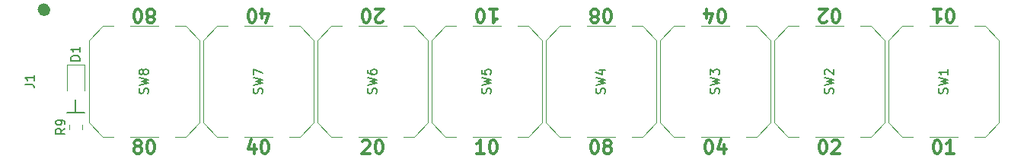
<source format=gto>
G04 #@! TF.GenerationSoftware,KiCad,Pcbnew,6.0.8-f2edbf62ab~116~ubuntu22.04.1*
G04 #@! TF.CreationDate,2022-11-21T14:05:37-08:00*
G04 #@! TF.ProjectId,pmod-button,706d6f64-2d62-4757-9474-6f6e2e6b6963,rev?*
G04 #@! TF.SameCoordinates,Original*
G04 #@! TF.FileFunction,Legend,Top*
G04 #@! TF.FilePolarity,Positive*
%FSLAX46Y46*%
G04 Gerber Fmt 4.6, Leading zero omitted, Abs format (unit mm)*
G04 Created by KiCad (PCBNEW 6.0.8-f2edbf62ab~116~ubuntu22.04.1) date 2022-11-21 14:05:37*
%MOMM*%
%LPD*%
G01*
G04 APERTURE LIST*
%ADD10C,0.350000*%
%ADD11C,0.150000*%
%ADD12C,0.200000*%
%ADD13C,0.120000*%
%ADD14C,1.000000*%
G04 APERTURE END LIST*
D10*
X196365714Y-120455428D02*
X196222857Y-120455428D01*
X196080000Y-120384000D01*
X196008571Y-120312571D01*
X195937142Y-120169714D01*
X195865714Y-119884000D01*
X195865714Y-119526857D01*
X195937142Y-119241142D01*
X196008571Y-119098285D01*
X196080000Y-119026857D01*
X196222857Y-118955428D01*
X196365714Y-118955428D01*
X196508571Y-119026857D01*
X196580000Y-119098285D01*
X196651428Y-119241142D01*
X196722857Y-119526857D01*
X196722857Y-119884000D01*
X196651428Y-120169714D01*
X196580000Y-120312571D01*
X196508571Y-120384000D01*
X196365714Y-120455428D01*
X194437142Y-118955428D02*
X195294285Y-118955428D01*
X194865714Y-118955428D02*
X194865714Y-120455428D01*
X195008571Y-120241142D01*
X195151428Y-120098285D01*
X195294285Y-120026857D01*
X183665714Y-120455428D02*
X183522857Y-120455428D01*
X183380000Y-120384000D01*
X183308571Y-120312571D01*
X183237142Y-120169714D01*
X183165714Y-119884000D01*
X183165714Y-119526857D01*
X183237142Y-119241142D01*
X183308571Y-119098285D01*
X183380000Y-119026857D01*
X183522857Y-118955428D01*
X183665714Y-118955428D01*
X183808571Y-119026857D01*
X183880000Y-119098285D01*
X183951428Y-119241142D01*
X184022857Y-119526857D01*
X184022857Y-119884000D01*
X183951428Y-120169714D01*
X183880000Y-120312571D01*
X183808571Y-120384000D01*
X183665714Y-120455428D01*
X182594285Y-120312571D02*
X182522857Y-120384000D01*
X182380000Y-120455428D01*
X182022857Y-120455428D01*
X181880000Y-120384000D01*
X181808571Y-120312571D01*
X181737142Y-120169714D01*
X181737142Y-120026857D01*
X181808571Y-119812571D01*
X182665714Y-118955428D01*
X181737142Y-118955428D01*
X170965714Y-120455428D02*
X170822857Y-120455428D01*
X170680000Y-120384000D01*
X170608571Y-120312571D01*
X170537142Y-120169714D01*
X170465714Y-119884000D01*
X170465714Y-119526857D01*
X170537142Y-119241142D01*
X170608571Y-119098285D01*
X170680000Y-119026857D01*
X170822857Y-118955428D01*
X170965714Y-118955428D01*
X171108571Y-119026857D01*
X171180000Y-119098285D01*
X171251428Y-119241142D01*
X171322857Y-119526857D01*
X171322857Y-119884000D01*
X171251428Y-120169714D01*
X171180000Y-120312571D01*
X171108571Y-120384000D01*
X170965714Y-120455428D01*
X169180000Y-119955428D02*
X169180000Y-118955428D01*
X169537142Y-120526857D02*
X169894285Y-119455428D01*
X168965714Y-119455428D01*
X158265714Y-120455428D02*
X158122857Y-120455428D01*
X157980000Y-120384000D01*
X157908571Y-120312571D01*
X157837142Y-120169714D01*
X157765714Y-119884000D01*
X157765714Y-119526857D01*
X157837142Y-119241142D01*
X157908571Y-119098285D01*
X157980000Y-119026857D01*
X158122857Y-118955428D01*
X158265714Y-118955428D01*
X158408571Y-119026857D01*
X158480000Y-119098285D01*
X158551428Y-119241142D01*
X158622857Y-119526857D01*
X158622857Y-119884000D01*
X158551428Y-120169714D01*
X158480000Y-120312571D01*
X158408571Y-120384000D01*
X158265714Y-120455428D01*
X156908571Y-119812571D02*
X157051428Y-119884000D01*
X157122857Y-119955428D01*
X157194285Y-120098285D01*
X157194285Y-120169714D01*
X157122857Y-120312571D01*
X157051428Y-120384000D01*
X156908571Y-120455428D01*
X156622857Y-120455428D01*
X156480000Y-120384000D01*
X156408571Y-120312571D01*
X156337142Y-120169714D01*
X156337142Y-120098285D01*
X156408571Y-119955428D01*
X156480000Y-119884000D01*
X156622857Y-119812571D01*
X156908571Y-119812571D01*
X157051428Y-119741142D01*
X157122857Y-119669714D01*
X157194285Y-119526857D01*
X157194285Y-119241142D01*
X157122857Y-119098285D01*
X157051428Y-119026857D01*
X156908571Y-118955428D01*
X156622857Y-118955428D01*
X156480000Y-119026857D01*
X156408571Y-119098285D01*
X156337142Y-119241142D01*
X156337142Y-119526857D01*
X156408571Y-119669714D01*
X156480000Y-119741142D01*
X156622857Y-119812571D01*
X145065714Y-118955428D02*
X145922857Y-118955428D01*
X145494285Y-118955428D02*
X145494285Y-120455428D01*
X145637142Y-120241142D01*
X145780000Y-120098285D01*
X145922857Y-120026857D01*
X144137142Y-120455428D02*
X143994285Y-120455428D01*
X143851428Y-120384000D01*
X143780000Y-120312571D01*
X143708571Y-120169714D01*
X143637142Y-119884000D01*
X143637142Y-119526857D01*
X143708571Y-119241142D01*
X143780000Y-119098285D01*
X143851428Y-119026857D01*
X143994285Y-118955428D01*
X144137142Y-118955428D01*
X144280000Y-119026857D01*
X144351428Y-119098285D01*
X144422857Y-119241142D01*
X144494285Y-119526857D01*
X144494285Y-119884000D01*
X144422857Y-120169714D01*
X144351428Y-120312571D01*
X144280000Y-120384000D01*
X144137142Y-120455428D01*
X133222857Y-120312571D02*
X133151428Y-120384000D01*
X133008571Y-120455428D01*
X132651428Y-120455428D01*
X132508571Y-120384000D01*
X132437142Y-120312571D01*
X132365714Y-120169714D01*
X132365714Y-120026857D01*
X132437142Y-119812571D01*
X133294285Y-118955428D01*
X132365714Y-118955428D01*
X131437142Y-120455428D02*
X131294285Y-120455428D01*
X131151428Y-120384000D01*
X131080000Y-120312571D01*
X131008571Y-120169714D01*
X130937142Y-119884000D01*
X130937142Y-119526857D01*
X131008571Y-119241142D01*
X131080000Y-119098285D01*
X131151428Y-119026857D01*
X131294285Y-118955428D01*
X131437142Y-118955428D01*
X131580000Y-119026857D01*
X131651428Y-119098285D01*
X131722857Y-119241142D01*
X131794285Y-119526857D01*
X131794285Y-119884000D01*
X131722857Y-120169714D01*
X131651428Y-120312571D01*
X131580000Y-120384000D01*
X131437142Y-120455428D01*
X119808571Y-119955428D02*
X119808571Y-118955428D01*
X120165714Y-120526857D02*
X120522857Y-119455428D01*
X119594285Y-119455428D01*
X118737142Y-120455428D02*
X118594285Y-120455428D01*
X118451428Y-120384000D01*
X118380000Y-120312571D01*
X118308571Y-120169714D01*
X118237142Y-119884000D01*
X118237142Y-119526857D01*
X118308571Y-119241142D01*
X118380000Y-119098285D01*
X118451428Y-119026857D01*
X118594285Y-118955428D01*
X118737142Y-118955428D01*
X118880000Y-119026857D01*
X118951428Y-119098285D01*
X119022857Y-119241142D01*
X119094285Y-119526857D01*
X119094285Y-119884000D01*
X119022857Y-120169714D01*
X118951428Y-120312571D01*
X118880000Y-120384000D01*
X118737142Y-120455428D01*
X107537142Y-119812571D02*
X107680000Y-119884000D01*
X107751428Y-119955428D01*
X107822857Y-120098285D01*
X107822857Y-120169714D01*
X107751428Y-120312571D01*
X107680000Y-120384000D01*
X107537142Y-120455428D01*
X107251428Y-120455428D01*
X107108571Y-120384000D01*
X107037142Y-120312571D01*
X106965714Y-120169714D01*
X106965714Y-120098285D01*
X107037142Y-119955428D01*
X107108571Y-119884000D01*
X107251428Y-119812571D01*
X107537142Y-119812571D01*
X107680000Y-119741142D01*
X107751428Y-119669714D01*
X107822857Y-119526857D01*
X107822857Y-119241142D01*
X107751428Y-119098285D01*
X107680000Y-119026857D01*
X107537142Y-118955428D01*
X107251428Y-118955428D01*
X107108571Y-119026857D01*
X107037142Y-119098285D01*
X106965714Y-119241142D01*
X106965714Y-119526857D01*
X107037142Y-119669714D01*
X107108571Y-119741142D01*
X107251428Y-119812571D01*
X106037142Y-120455428D02*
X105894285Y-120455428D01*
X105751428Y-120384000D01*
X105680000Y-120312571D01*
X105608571Y-120169714D01*
X105537142Y-119884000D01*
X105537142Y-119526857D01*
X105608571Y-119241142D01*
X105680000Y-119098285D01*
X105751428Y-119026857D01*
X105894285Y-118955428D01*
X106037142Y-118955428D01*
X106180000Y-119026857D01*
X106251428Y-119098285D01*
X106322857Y-119241142D01*
X106394285Y-119526857D01*
X106394285Y-119884000D01*
X106322857Y-120169714D01*
X106251428Y-120312571D01*
X106180000Y-120384000D01*
X106037142Y-120455428D01*
X105822857Y-134187428D02*
X105680000Y-134116000D01*
X105608571Y-134044571D01*
X105537142Y-133901714D01*
X105537142Y-133830285D01*
X105608571Y-133687428D01*
X105680000Y-133616000D01*
X105822857Y-133544571D01*
X106108571Y-133544571D01*
X106251428Y-133616000D01*
X106322857Y-133687428D01*
X106394285Y-133830285D01*
X106394285Y-133901714D01*
X106322857Y-134044571D01*
X106251428Y-134116000D01*
X106108571Y-134187428D01*
X105822857Y-134187428D01*
X105680000Y-134258857D01*
X105608571Y-134330285D01*
X105537142Y-134473142D01*
X105537142Y-134758857D01*
X105608571Y-134901714D01*
X105680000Y-134973142D01*
X105822857Y-135044571D01*
X106108571Y-135044571D01*
X106251428Y-134973142D01*
X106322857Y-134901714D01*
X106394285Y-134758857D01*
X106394285Y-134473142D01*
X106322857Y-134330285D01*
X106251428Y-134258857D01*
X106108571Y-134187428D01*
X107322857Y-133544571D02*
X107465714Y-133544571D01*
X107608571Y-133616000D01*
X107680000Y-133687428D01*
X107751428Y-133830285D01*
X107822857Y-134116000D01*
X107822857Y-134473142D01*
X107751428Y-134758857D01*
X107680000Y-134901714D01*
X107608571Y-134973142D01*
X107465714Y-135044571D01*
X107322857Y-135044571D01*
X107180000Y-134973142D01*
X107108571Y-134901714D01*
X107037142Y-134758857D01*
X106965714Y-134473142D01*
X106965714Y-134116000D01*
X107037142Y-133830285D01*
X107108571Y-133687428D01*
X107180000Y-133616000D01*
X107322857Y-133544571D01*
X118951428Y-134044571D02*
X118951428Y-135044571D01*
X118594285Y-133473142D02*
X118237142Y-134544571D01*
X119165714Y-134544571D01*
X120022857Y-133544571D02*
X120165714Y-133544571D01*
X120308571Y-133616000D01*
X120380000Y-133687428D01*
X120451428Y-133830285D01*
X120522857Y-134116000D01*
X120522857Y-134473142D01*
X120451428Y-134758857D01*
X120380000Y-134901714D01*
X120308571Y-134973142D01*
X120165714Y-135044571D01*
X120022857Y-135044571D01*
X119880000Y-134973142D01*
X119808571Y-134901714D01*
X119737142Y-134758857D01*
X119665714Y-134473142D01*
X119665714Y-134116000D01*
X119737142Y-133830285D01*
X119808571Y-133687428D01*
X119880000Y-133616000D01*
X120022857Y-133544571D01*
X130937142Y-133687428D02*
X131008571Y-133616000D01*
X131151428Y-133544571D01*
X131508571Y-133544571D01*
X131651428Y-133616000D01*
X131722857Y-133687428D01*
X131794285Y-133830285D01*
X131794285Y-133973142D01*
X131722857Y-134187428D01*
X130865714Y-135044571D01*
X131794285Y-135044571D01*
X132722857Y-133544571D02*
X132865714Y-133544571D01*
X133008571Y-133616000D01*
X133080000Y-133687428D01*
X133151428Y-133830285D01*
X133222857Y-134116000D01*
X133222857Y-134473142D01*
X133151428Y-134758857D01*
X133080000Y-134901714D01*
X133008571Y-134973142D01*
X132865714Y-135044571D01*
X132722857Y-135044571D01*
X132580000Y-134973142D01*
X132508571Y-134901714D01*
X132437142Y-134758857D01*
X132365714Y-134473142D01*
X132365714Y-134116000D01*
X132437142Y-133830285D01*
X132508571Y-133687428D01*
X132580000Y-133616000D01*
X132722857Y-133544571D01*
X144494285Y-135044571D02*
X143637142Y-135044571D01*
X144065714Y-135044571D02*
X144065714Y-133544571D01*
X143922857Y-133758857D01*
X143780000Y-133901714D01*
X143637142Y-133973142D01*
X145422857Y-133544571D02*
X145565714Y-133544571D01*
X145708571Y-133616000D01*
X145780000Y-133687428D01*
X145851428Y-133830285D01*
X145922857Y-134116000D01*
X145922857Y-134473142D01*
X145851428Y-134758857D01*
X145780000Y-134901714D01*
X145708571Y-134973142D01*
X145565714Y-135044571D01*
X145422857Y-135044571D01*
X145280000Y-134973142D01*
X145208571Y-134901714D01*
X145137142Y-134758857D01*
X145065714Y-134473142D01*
X145065714Y-134116000D01*
X145137142Y-133830285D01*
X145208571Y-133687428D01*
X145280000Y-133616000D01*
X145422857Y-133544571D01*
X156694285Y-133544571D02*
X156837142Y-133544571D01*
X156980000Y-133616000D01*
X157051428Y-133687428D01*
X157122857Y-133830285D01*
X157194285Y-134116000D01*
X157194285Y-134473142D01*
X157122857Y-134758857D01*
X157051428Y-134901714D01*
X156980000Y-134973142D01*
X156837142Y-135044571D01*
X156694285Y-135044571D01*
X156551428Y-134973142D01*
X156480000Y-134901714D01*
X156408571Y-134758857D01*
X156337142Y-134473142D01*
X156337142Y-134116000D01*
X156408571Y-133830285D01*
X156480000Y-133687428D01*
X156551428Y-133616000D01*
X156694285Y-133544571D01*
X158051428Y-134187428D02*
X157908571Y-134116000D01*
X157837142Y-134044571D01*
X157765714Y-133901714D01*
X157765714Y-133830285D01*
X157837142Y-133687428D01*
X157908571Y-133616000D01*
X158051428Y-133544571D01*
X158337142Y-133544571D01*
X158480000Y-133616000D01*
X158551428Y-133687428D01*
X158622857Y-133830285D01*
X158622857Y-133901714D01*
X158551428Y-134044571D01*
X158480000Y-134116000D01*
X158337142Y-134187428D01*
X158051428Y-134187428D01*
X157908571Y-134258857D01*
X157837142Y-134330285D01*
X157765714Y-134473142D01*
X157765714Y-134758857D01*
X157837142Y-134901714D01*
X157908571Y-134973142D01*
X158051428Y-135044571D01*
X158337142Y-135044571D01*
X158480000Y-134973142D01*
X158551428Y-134901714D01*
X158622857Y-134758857D01*
X158622857Y-134473142D01*
X158551428Y-134330285D01*
X158480000Y-134258857D01*
X158337142Y-134187428D01*
X169394285Y-133544571D02*
X169537142Y-133544571D01*
X169680000Y-133616000D01*
X169751428Y-133687428D01*
X169822857Y-133830285D01*
X169894285Y-134116000D01*
X169894285Y-134473142D01*
X169822857Y-134758857D01*
X169751428Y-134901714D01*
X169680000Y-134973142D01*
X169537142Y-135044571D01*
X169394285Y-135044571D01*
X169251428Y-134973142D01*
X169180000Y-134901714D01*
X169108571Y-134758857D01*
X169037142Y-134473142D01*
X169037142Y-134116000D01*
X169108571Y-133830285D01*
X169180000Y-133687428D01*
X169251428Y-133616000D01*
X169394285Y-133544571D01*
X171180000Y-134044571D02*
X171180000Y-135044571D01*
X170822857Y-133473142D02*
X170465714Y-134544571D01*
X171394285Y-134544571D01*
X182094285Y-133544571D02*
X182237142Y-133544571D01*
X182380000Y-133616000D01*
X182451428Y-133687428D01*
X182522857Y-133830285D01*
X182594285Y-134116000D01*
X182594285Y-134473142D01*
X182522857Y-134758857D01*
X182451428Y-134901714D01*
X182380000Y-134973142D01*
X182237142Y-135044571D01*
X182094285Y-135044571D01*
X181951428Y-134973142D01*
X181880000Y-134901714D01*
X181808571Y-134758857D01*
X181737142Y-134473142D01*
X181737142Y-134116000D01*
X181808571Y-133830285D01*
X181880000Y-133687428D01*
X181951428Y-133616000D01*
X182094285Y-133544571D01*
X183165714Y-133687428D02*
X183237142Y-133616000D01*
X183380000Y-133544571D01*
X183737142Y-133544571D01*
X183880000Y-133616000D01*
X183951428Y-133687428D01*
X184022857Y-133830285D01*
X184022857Y-133973142D01*
X183951428Y-134187428D01*
X183094285Y-135044571D01*
X184022857Y-135044571D01*
X194794285Y-133544571D02*
X194937142Y-133544571D01*
X195080000Y-133616000D01*
X195151428Y-133687428D01*
X195222857Y-133830285D01*
X195294285Y-134116000D01*
X195294285Y-134473142D01*
X195222857Y-134758857D01*
X195151428Y-134901714D01*
X195080000Y-134973142D01*
X194937142Y-135044571D01*
X194794285Y-135044571D01*
X194651428Y-134973142D01*
X194580000Y-134901714D01*
X194508571Y-134758857D01*
X194437142Y-134473142D01*
X194437142Y-134116000D01*
X194508571Y-133830285D01*
X194580000Y-133687428D01*
X194651428Y-133616000D01*
X194794285Y-133544571D01*
X196722857Y-135044571D02*
X195865714Y-135044571D01*
X196294285Y-135044571D02*
X196294285Y-133544571D01*
X196151428Y-133758857D01*
X196008571Y-133901714D01*
X195865714Y-133973142D01*
D11*
G04 #@! TO.C,D1*
X99512380Y-124690095D02*
X98512380Y-124690095D01*
X98512380Y-124452000D01*
X98560000Y-124309142D01*
X98655238Y-124213904D01*
X98750476Y-124166285D01*
X98940952Y-124118666D01*
X99083809Y-124118666D01*
X99274285Y-124166285D01*
X99369523Y-124213904D01*
X99464761Y-124309142D01*
X99512380Y-124452000D01*
X99512380Y-124690095D01*
X99512380Y-123166285D02*
X99512380Y-123737714D01*
X99512380Y-123452000D02*
X98512380Y-123452000D01*
X98655238Y-123547238D01*
X98750476Y-123642476D01*
X98798095Y-123737714D01*
G04 #@! TO.C,SW6*
X132484761Y-128333333D02*
X132532380Y-128190476D01*
X132532380Y-127952380D01*
X132484761Y-127857142D01*
X132437142Y-127809523D01*
X132341904Y-127761904D01*
X132246666Y-127761904D01*
X132151428Y-127809523D01*
X132103809Y-127857142D01*
X132056190Y-127952380D01*
X132008571Y-128142857D01*
X131960952Y-128238095D01*
X131913333Y-128285714D01*
X131818095Y-128333333D01*
X131722857Y-128333333D01*
X131627619Y-128285714D01*
X131580000Y-128238095D01*
X131532380Y-128142857D01*
X131532380Y-127904761D01*
X131580000Y-127761904D01*
X131532380Y-127428571D02*
X132532380Y-127190476D01*
X131818095Y-127000000D01*
X132532380Y-126809523D01*
X131532380Y-126571428D01*
X131532380Y-125761904D02*
X131532380Y-125952380D01*
X131580000Y-126047619D01*
X131627619Y-126095238D01*
X131770476Y-126190476D01*
X131960952Y-126238095D01*
X132341904Y-126238095D01*
X132437142Y-126190476D01*
X132484761Y-126142857D01*
X132532380Y-126047619D01*
X132532380Y-125857142D01*
X132484761Y-125761904D01*
X132437142Y-125714285D01*
X132341904Y-125666666D01*
X132103809Y-125666666D01*
X132008571Y-125714285D01*
X131960952Y-125761904D01*
X131913333Y-125857142D01*
X131913333Y-126047619D01*
X131960952Y-126142857D01*
X132008571Y-126190476D01*
X132103809Y-126238095D01*
G04 #@! TO.C,SW5*
X145184761Y-128333333D02*
X145232380Y-128190476D01*
X145232380Y-127952380D01*
X145184761Y-127857142D01*
X145137142Y-127809523D01*
X145041904Y-127761904D01*
X144946666Y-127761904D01*
X144851428Y-127809523D01*
X144803809Y-127857142D01*
X144756190Y-127952380D01*
X144708571Y-128142857D01*
X144660952Y-128238095D01*
X144613333Y-128285714D01*
X144518095Y-128333333D01*
X144422857Y-128333333D01*
X144327619Y-128285714D01*
X144280000Y-128238095D01*
X144232380Y-128142857D01*
X144232380Y-127904761D01*
X144280000Y-127761904D01*
X144232380Y-127428571D02*
X145232380Y-127190476D01*
X144518095Y-127000000D01*
X145232380Y-126809523D01*
X144232380Y-126571428D01*
X144232380Y-125714285D02*
X144232380Y-126190476D01*
X144708571Y-126238095D01*
X144660952Y-126190476D01*
X144613333Y-126095238D01*
X144613333Y-125857142D01*
X144660952Y-125761904D01*
X144708571Y-125714285D01*
X144803809Y-125666666D01*
X145041904Y-125666666D01*
X145137142Y-125714285D01*
X145184761Y-125761904D01*
X145232380Y-125857142D01*
X145232380Y-126095238D01*
X145184761Y-126190476D01*
X145137142Y-126238095D01*
G04 #@! TO.C,SW1*
X195984761Y-128333333D02*
X196032380Y-128190476D01*
X196032380Y-127952380D01*
X195984761Y-127857142D01*
X195937142Y-127809523D01*
X195841904Y-127761904D01*
X195746666Y-127761904D01*
X195651428Y-127809523D01*
X195603809Y-127857142D01*
X195556190Y-127952380D01*
X195508571Y-128142857D01*
X195460952Y-128238095D01*
X195413333Y-128285714D01*
X195318095Y-128333333D01*
X195222857Y-128333333D01*
X195127619Y-128285714D01*
X195080000Y-128238095D01*
X195032380Y-128142857D01*
X195032380Y-127904761D01*
X195080000Y-127761904D01*
X195032380Y-127428571D02*
X196032380Y-127190476D01*
X195318095Y-127000000D01*
X196032380Y-126809523D01*
X195032380Y-126571428D01*
X196032380Y-125666666D02*
X196032380Y-126238095D01*
X196032380Y-125952380D02*
X195032380Y-125952380D01*
X195175238Y-126047619D01*
X195270476Y-126142857D01*
X195318095Y-126238095D01*
G04 #@! TO.C,SW4*
X157884761Y-128333333D02*
X157932380Y-128190476D01*
X157932380Y-127952380D01*
X157884761Y-127857142D01*
X157837142Y-127809523D01*
X157741904Y-127761904D01*
X157646666Y-127761904D01*
X157551428Y-127809523D01*
X157503809Y-127857142D01*
X157456190Y-127952380D01*
X157408571Y-128142857D01*
X157360952Y-128238095D01*
X157313333Y-128285714D01*
X157218095Y-128333333D01*
X157122857Y-128333333D01*
X157027619Y-128285714D01*
X156980000Y-128238095D01*
X156932380Y-128142857D01*
X156932380Y-127904761D01*
X156980000Y-127761904D01*
X156932380Y-127428571D02*
X157932380Y-127190476D01*
X157218095Y-127000000D01*
X157932380Y-126809523D01*
X156932380Y-126571428D01*
X157265714Y-125761904D02*
X157932380Y-125761904D01*
X156884761Y-126000000D02*
X157599047Y-126238095D01*
X157599047Y-125619047D01*
G04 #@! TO.C,SW7*
X119784761Y-128333333D02*
X119832380Y-128190476D01*
X119832380Y-127952380D01*
X119784761Y-127857142D01*
X119737142Y-127809523D01*
X119641904Y-127761904D01*
X119546666Y-127761904D01*
X119451428Y-127809523D01*
X119403809Y-127857142D01*
X119356190Y-127952380D01*
X119308571Y-128142857D01*
X119260952Y-128238095D01*
X119213333Y-128285714D01*
X119118095Y-128333333D01*
X119022857Y-128333333D01*
X118927619Y-128285714D01*
X118880000Y-128238095D01*
X118832380Y-128142857D01*
X118832380Y-127904761D01*
X118880000Y-127761904D01*
X118832380Y-127428571D02*
X119832380Y-127190476D01*
X119118095Y-127000000D01*
X119832380Y-126809523D01*
X118832380Y-126571428D01*
X118832380Y-126285714D02*
X118832380Y-125619047D01*
X119832380Y-126047619D01*
G04 #@! TO.C,SW2*
X183284761Y-128333333D02*
X183332380Y-128190476D01*
X183332380Y-127952380D01*
X183284761Y-127857142D01*
X183237142Y-127809523D01*
X183141904Y-127761904D01*
X183046666Y-127761904D01*
X182951428Y-127809523D01*
X182903809Y-127857142D01*
X182856190Y-127952380D01*
X182808571Y-128142857D01*
X182760952Y-128238095D01*
X182713333Y-128285714D01*
X182618095Y-128333333D01*
X182522857Y-128333333D01*
X182427619Y-128285714D01*
X182380000Y-128238095D01*
X182332380Y-128142857D01*
X182332380Y-127904761D01*
X182380000Y-127761904D01*
X182332380Y-127428571D02*
X183332380Y-127190476D01*
X182618095Y-127000000D01*
X183332380Y-126809523D01*
X182332380Y-126571428D01*
X182427619Y-126238095D02*
X182380000Y-126190476D01*
X182332380Y-126095238D01*
X182332380Y-125857142D01*
X182380000Y-125761904D01*
X182427619Y-125714285D01*
X182522857Y-125666666D01*
X182618095Y-125666666D01*
X182760952Y-125714285D01*
X183332380Y-126285714D01*
X183332380Y-125666666D01*
G04 #@! TO.C,SW3*
X170584761Y-128333333D02*
X170632380Y-128190476D01*
X170632380Y-127952380D01*
X170584761Y-127857142D01*
X170537142Y-127809523D01*
X170441904Y-127761904D01*
X170346666Y-127761904D01*
X170251428Y-127809523D01*
X170203809Y-127857142D01*
X170156190Y-127952380D01*
X170108571Y-128142857D01*
X170060952Y-128238095D01*
X170013333Y-128285714D01*
X169918095Y-128333333D01*
X169822857Y-128333333D01*
X169727619Y-128285714D01*
X169680000Y-128238095D01*
X169632380Y-128142857D01*
X169632380Y-127904761D01*
X169680000Y-127761904D01*
X169632380Y-127428571D02*
X170632380Y-127190476D01*
X169918095Y-127000000D01*
X170632380Y-126809523D01*
X169632380Y-126571428D01*
X169632380Y-126285714D02*
X169632380Y-125666666D01*
X170013333Y-126000000D01*
X170013333Y-125857142D01*
X170060952Y-125761904D01*
X170108571Y-125714285D01*
X170203809Y-125666666D01*
X170441904Y-125666666D01*
X170537142Y-125714285D01*
X170584761Y-125761904D01*
X170632380Y-125857142D01*
X170632380Y-126142857D01*
X170584761Y-126238095D01*
X170537142Y-126285714D01*
G04 #@! TO.C,SW8*
X107084761Y-128333333D02*
X107132380Y-128190476D01*
X107132380Y-127952380D01*
X107084761Y-127857142D01*
X107037142Y-127809523D01*
X106941904Y-127761904D01*
X106846666Y-127761904D01*
X106751428Y-127809523D01*
X106703809Y-127857142D01*
X106656190Y-127952380D01*
X106608571Y-128142857D01*
X106560952Y-128238095D01*
X106513333Y-128285714D01*
X106418095Y-128333333D01*
X106322857Y-128333333D01*
X106227619Y-128285714D01*
X106180000Y-128238095D01*
X106132380Y-128142857D01*
X106132380Y-127904761D01*
X106180000Y-127761904D01*
X106132380Y-127428571D02*
X107132380Y-127190476D01*
X106418095Y-127000000D01*
X107132380Y-126809523D01*
X106132380Y-126571428D01*
X106560952Y-126047619D02*
X106513333Y-126142857D01*
X106465714Y-126190476D01*
X106370476Y-126238095D01*
X106322857Y-126238095D01*
X106227619Y-126190476D01*
X106180000Y-126142857D01*
X106132380Y-126047619D01*
X106132380Y-125857142D01*
X106180000Y-125761904D01*
X106227619Y-125714285D01*
X106322857Y-125666666D01*
X106370476Y-125666666D01*
X106465714Y-125714285D01*
X106513333Y-125761904D01*
X106560952Y-125857142D01*
X106560952Y-126047619D01*
X106608571Y-126142857D01*
X106656190Y-126190476D01*
X106751428Y-126238095D01*
X106941904Y-126238095D01*
X107037142Y-126190476D01*
X107084761Y-126142857D01*
X107132380Y-126047619D01*
X107132380Y-125857142D01*
X107084761Y-125761904D01*
X107037142Y-125714285D01*
X106941904Y-125666666D01*
X106751428Y-125666666D01*
X106656190Y-125714285D01*
X106608571Y-125761904D01*
X106560952Y-125857142D01*
G04 #@! TO.C,R9*
X97862380Y-132246666D02*
X97386190Y-132580000D01*
X97862380Y-132818095D02*
X96862380Y-132818095D01*
X96862380Y-132437142D01*
X96910000Y-132341904D01*
X96957619Y-132294285D01*
X97052857Y-132246666D01*
X97195714Y-132246666D01*
X97290952Y-132294285D01*
X97338571Y-132341904D01*
X97386190Y-132437142D01*
X97386190Y-132818095D01*
X97862380Y-131770476D02*
X97862380Y-131580000D01*
X97814761Y-131484761D01*
X97767142Y-131437142D01*
X97624285Y-131341904D01*
X97433809Y-131294285D01*
X97052857Y-131294285D01*
X96957619Y-131341904D01*
X96910000Y-131389523D01*
X96862380Y-131484761D01*
X96862380Y-131675238D01*
X96910000Y-131770476D01*
X96957619Y-131818095D01*
X97052857Y-131865714D01*
X97290952Y-131865714D01*
X97386190Y-131818095D01*
X97433809Y-131770476D01*
X97481428Y-131675238D01*
X97481428Y-131484761D01*
X97433809Y-131389523D01*
X97386190Y-131341904D01*
X97290952Y-131294285D01*
G04 #@! TO.C,J1*
X93432380Y-127333333D02*
X94146666Y-127333333D01*
X94289523Y-127380952D01*
X94384761Y-127476190D01*
X94432380Y-127619047D01*
X94432380Y-127714285D01*
X94432380Y-126333333D02*
X94432380Y-126904761D01*
X94432380Y-126619047D02*
X93432380Y-126619047D01*
X93575238Y-126714285D01*
X93670476Y-126809523D01*
X93718095Y-126904761D01*
D12*
G04 #@! TO.C,D1*
X100060000Y-130500000D02*
X98060000Y-130500000D01*
D13*
X98100000Y-125140000D02*
X98100000Y-128000000D01*
X100020000Y-128000000D02*
X100020000Y-125140000D01*
D12*
X99060000Y-129000000D02*
X99060000Y-130500000D01*
D13*
X100020000Y-125140000D02*
X98100000Y-125140000D01*
G04 #@! TO.C,SW6*
X125930000Y-122400000D02*
X125930000Y-131600000D01*
X133630000Y-133200000D02*
X130530000Y-133200000D01*
X127480000Y-120800000D02*
X125930000Y-122400000D01*
X133630000Y-120800000D02*
X130530000Y-120800000D01*
X138230000Y-131600000D02*
X136680000Y-133200000D01*
X135530000Y-120800000D02*
X136680000Y-120800000D01*
X136680000Y-120800000D02*
X138230000Y-122400000D01*
X138230000Y-122400000D02*
X138230000Y-131600000D01*
X135530000Y-133200000D02*
X136680000Y-133200000D01*
X125930000Y-131600000D02*
X127480000Y-133200000D01*
X128630000Y-133200000D02*
X127480000Y-133200000D01*
X128630000Y-120800000D02*
X127480000Y-120800000D01*
G04 #@! TO.C,SW5*
X141330000Y-120800000D02*
X140180000Y-120800000D01*
X140180000Y-120800000D02*
X138630000Y-122400000D01*
X148230000Y-133200000D02*
X149380000Y-133200000D01*
X146330000Y-133200000D02*
X143230000Y-133200000D01*
X146330000Y-120800000D02*
X143230000Y-120800000D01*
X150930000Y-131600000D02*
X149380000Y-133200000D01*
X138630000Y-122400000D02*
X138630000Y-131600000D01*
X150930000Y-122400000D02*
X150930000Y-131600000D01*
X149380000Y-120800000D02*
X150930000Y-122400000D01*
X138630000Y-131600000D02*
X140180000Y-133200000D01*
X148230000Y-120800000D02*
X149380000Y-120800000D01*
X141330000Y-133200000D02*
X140180000Y-133200000D01*
G04 #@! TO.C,SW1*
X189430000Y-131600000D02*
X190980000Y-133200000D01*
X197130000Y-133200000D02*
X194030000Y-133200000D01*
X197130000Y-120800000D02*
X194030000Y-120800000D01*
X201730000Y-131600000D02*
X200180000Y-133200000D01*
X200180000Y-120800000D02*
X201730000Y-122400000D01*
X199030000Y-133200000D02*
X200180000Y-133200000D01*
X192130000Y-133200000D02*
X190980000Y-133200000D01*
X189430000Y-122400000D02*
X189430000Y-131600000D01*
X199030000Y-120800000D02*
X200180000Y-120800000D01*
X192130000Y-120800000D02*
X190980000Y-120800000D01*
X190980000Y-120800000D02*
X189430000Y-122400000D01*
X201730000Y-122400000D02*
X201730000Y-131600000D01*
G04 #@! TO.C,SW4*
X151330000Y-122400000D02*
X151330000Y-131600000D01*
X163630000Y-131600000D02*
X162080000Y-133200000D01*
X154030000Y-133200000D02*
X152880000Y-133200000D01*
X163630000Y-122400000D02*
X163630000Y-131600000D01*
X159030000Y-133200000D02*
X155930000Y-133200000D01*
X160930000Y-120800000D02*
X162080000Y-120800000D01*
X159030000Y-120800000D02*
X155930000Y-120800000D01*
X154030000Y-120800000D02*
X152880000Y-120800000D01*
X152880000Y-120800000D02*
X151330000Y-122400000D01*
X151330000Y-131600000D02*
X152880000Y-133200000D01*
X160930000Y-133200000D02*
X162080000Y-133200000D01*
X162080000Y-120800000D02*
X163630000Y-122400000D01*
G04 #@! TO.C,SW7*
X123980000Y-120800000D02*
X125530000Y-122400000D01*
X115930000Y-133200000D02*
X114780000Y-133200000D01*
X120930000Y-120800000D02*
X117830000Y-120800000D01*
X122830000Y-120800000D02*
X123980000Y-120800000D01*
X125530000Y-122400000D02*
X125530000Y-131600000D01*
X120930000Y-133200000D02*
X117830000Y-133200000D01*
X115930000Y-120800000D02*
X114780000Y-120800000D01*
X114780000Y-120800000D02*
X113230000Y-122400000D01*
X122830000Y-133200000D02*
X123980000Y-133200000D01*
X113230000Y-122400000D02*
X113230000Y-131600000D01*
X113230000Y-131600000D02*
X114780000Y-133200000D01*
X125530000Y-131600000D02*
X123980000Y-133200000D01*
G04 #@! TO.C,SW2*
X184430000Y-120800000D02*
X181330000Y-120800000D01*
X178280000Y-120800000D02*
X176730000Y-122400000D01*
X187480000Y-120800000D02*
X189030000Y-122400000D01*
X186330000Y-120800000D02*
X187480000Y-120800000D01*
X184430000Y-133200000D02*
X181330000Y-133200000D01*
X176730000Y-131600000D02*
X178280000Y-133200000D01*
X179430000Y-120800000D02*
X178280000Y-120800000D01*
X189030000Y-122400000D02*
X189030000Y-131600000D01*
X176730000Y-122400000D02*
X176730000Y-131600000D01*
X186330000Y-133200000D02*
X187480000Y-133200000D01*
X179430000Y-133200000D02*
X178280000Y-133200000D01*
X189030000Y-131600000D02*
X187480000Y-133200000D01*
G04 #@! TO.C,SW3*
X166730000Y-120800000D02*
X165580000Y-120800000D01*
X165580000Y-120800000D02*
X164030000Y-122400000D01*
X164030000Y-122400000D02*
X164030000Y-131600000D01*
X176330000Y-131600000D02*
X174780000Y-133200000D01*
X164030000Y-131600000D02*
X165580000Y-133200000D01*
X173630000Y-120800000D02*
X174780000Y-120800000D01*
X166730000Y-133200000D02*
X165580000Y-133200000D01*
X171730000Y-120800000D02*
X168630000Y-120800000D01*
X174780000Y-120800000D02*
X176330000Y-122400000D01*
X176330000Y-122400000D02*
X176330000Y-131600000D01*
X173630000Y-133200000D02*
X174780000Y-133200000D01*
X171730000Y-133200000D02*
X168630000Y-133200000D01*
G04 #@! TO.C,SW8*
X110130000Y-120800000D02*
X111280000Y-120800000D01*
X112830000Y-122400000D02*
X112830000Y-131600000D01*
X111280000Y-120800000D02*
X112830000Y-122400000D01*
X112830000Y-131600000D02*
X111280000Y-133200000D01*
X102080000Y-120800000D02*
X100530000Y-122400000D01*
X110130000Y-133200000D02*
X111280000Y-133200000D01*
X100530000Y-122400000D02*
X100530000Y-131600000D01*
X103230000Y-120800000D02*
X102080000Y-120800000D01*
X108230000Y-120800000D02*
X105130000Y-120800000D01*
X103230000Y-133200000D02*
X102080000Y-133200000D01*
X100530000Y-131600000D02*
X102080000Y-133200000D01*
X108230000Y-133200000D02*
X105130000Y-133200000D01*
G04 #@! TO.C,R9*
X98350000Y-132341252D02*
X98350000Y-131818748D01*
X99770000Y-132341252D02*
X99770000Y-131818748D01*
D14*
G04 #@! TO.C,J1*
X95730000Y-119030000D02*
G75*
G03*
X95730000Y-119030000I-200000J0D01*
G01*
G04 #@! TD*
M02*

</source>
